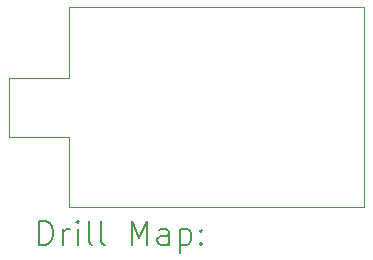
<source format=gbr>
%TF.GenerationSoftware,KiCad,Pcbnew,(6.0.8-1)-1*%
%TF.CreationDate,2022-12-20T12:21:18-06:00*%
%TF.ProjectId,HallEffectSensor,48616c6c-4566-4666-9563-7453656e736f,rev?*%
%TF.SameCoordinates,Original*%
%TF.FileFunction,Drillmap*%
%TF.FilePolarity,Positive*%
%FSLAX45Y45*%
G04 Gerber Fmt 4.5, Leading zero omitted, Abs format (unit mm)*
G04 Created by KiCad (PCBNEW (6.0.8-1)-1) date 2022-12-20 12:21:18*
%MOMM*%
%LPD*%
G01*
G04 APERTURE LIST*
%ADD10C,0.100000*%
%ADD11C,0.200000*%
G04 APERTURE END LIST*
D10*
X16070000Y-10290000D02*
X13570000Y-10290000D01*
X13570000Y-10290000D02*
X13570000Y-9690000D01*
X13070000Y-9690000D02*
X13070000Y-9190000D01*
X13570000Y-8590000D02*
X16070000Y-8590000D01*
X13070000Y-9190000D02*
X13570000Y-9190000D01*
X13570000Y-9190000D02*
X13570000Y-8590000D01*
X16070000Y-8590000D02*
X16070000Y-10290000D01*
X13570000Y-9690000D02*
X13070000Y-9690000D01*
D11*
X13322619Y-10605476D02*
X13322619Y-10405476D01*
X13370238Y-10405476D01*
X13398809Y-10415000D01*
X13417857Y-10434048D01*
X13427381Y-10453095D01*
X13436905Y-10491190D01*
X13436905Y-10519762D01*
X13427381Y-10557857D01*
X13417857Y-10576905D01*
X13398809Y-10595952D01*
X13370238Y-10605476D01*
X13322619Y-10605476D01*
X13522619Y-10605476D02*
X13522619Y-10472143D01*
X13522619Y-10510238D02*
X13532143Y-10491190D01*
X13541667Y-10481667D01*
X13560714Y-10472143D01*
X13579762Y-10472143D01*
X13646428Y-10605476D02*
X13646428Y-10472143D01*
X13646428Y-10405476D02*
X13636905Y-10415000D01*
X13646428Y-10424524D01*
X13655952Y-10415000D01*
X13646428Y-10405476D01*
X13646428Y-10424524D01*
X13770238Y-10605476D02*
X13751190Y-10595952D01*
X13741667Y-10576905D01*
X13741667Y-10405476D01*
X13875000Y-10605476D02*
X13855952Y-10595952D01*
X13846428Y-10576905D01*
X13846428Y-10405476D01*
X14103571Y-10605476D02*
X14103571Y-10405476D01*
X14170238Y-10548333D01*
X14236905Y-10405476D01*
X14236905Y-10605476D01*
X14417857Y-10605476D02*
X14417857Y-10500714D01*
X14408333Y-10481667D01*
X14389286Y-10472143D01*
X14351190Y-10472143D01*
X14332143Y-10481667D01*
X14417857Y-10595952D02*
X14398809Y-10605476D01*
X14351190Y-10605476D01*
X14332143Y-10595952D01*
X14322619Y-10576905D01*
X14322619Y-10557857D01*
X14332143Y-10538810D01*
X14351190Y-10529286D01*
X14398809Y-10529286D01*
X14417857Y-10519762D01*
X14513095Y-10472143D02*
X14513095Y-10672143D01*
X14513095Y-10481667D02*
X14532143Y-10472143D01*
X14570238Y-10472143D01*
X14589286Y-10481667D01*
X14598809Y-10491190D01*
X14608333Y-10510238D01*
X14608333Y-10567381D01*
X14598809Y-10586429D01*
X14589286Y-10595952D01*
X14570238Y-10605476D01*
X14532143Y-10605476D01*
X14513095Y-10595952D01*
X14694048Y-10586429D02*
X14703571Y-10595952D01*
X14694048Y-10605476D01*
X14684524Y-10595952D01*
X14694048Y-10586429D01*
X14694048Y-10605476D01*
X14694048Y-10481667D02*
X14703571Y-10491190D01*
X14694048Y-10500714D01*
X14684524Y-10491190D01*
X14694048Y-10481667D01*
X14694048Y-10500714D01*
M02*

</source>
